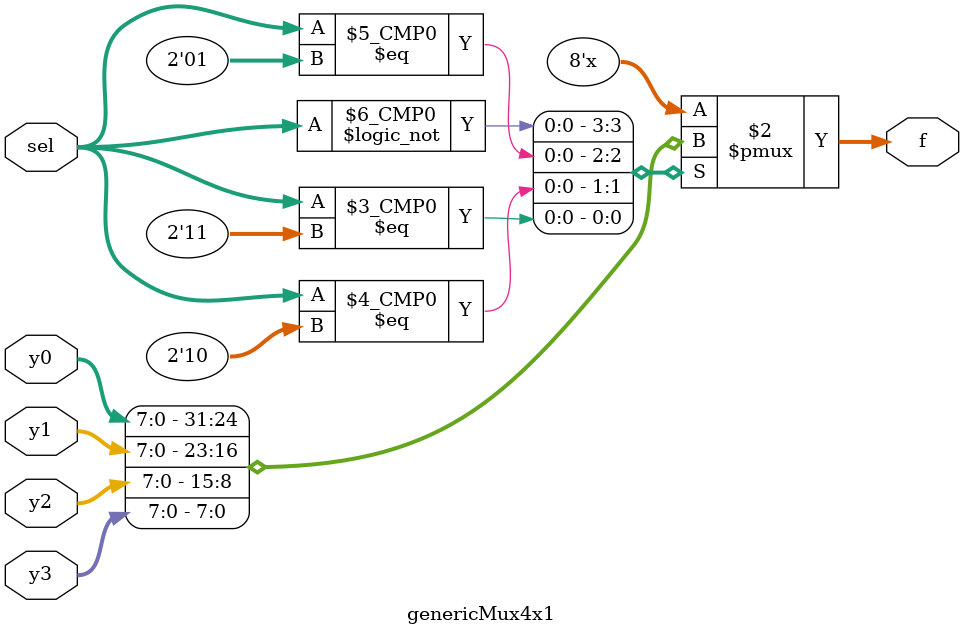
<source format=v>
module genericMux4x1(y3, y2, y1, y0, sel, f);

    parameter n = 8;

    input wire [n-1:0]  y3, y2, y1, y0;
    input wire [1:0]    sel;
    output reg [n-1:0]  f;

    always @(*)
        case(sel) 
	    2'b00: f=y0;
	    2'b01: f=y1;
	    2'b10: f=y2;
	    2'b11: f=y3;
    endcase
endmodule
</source>
